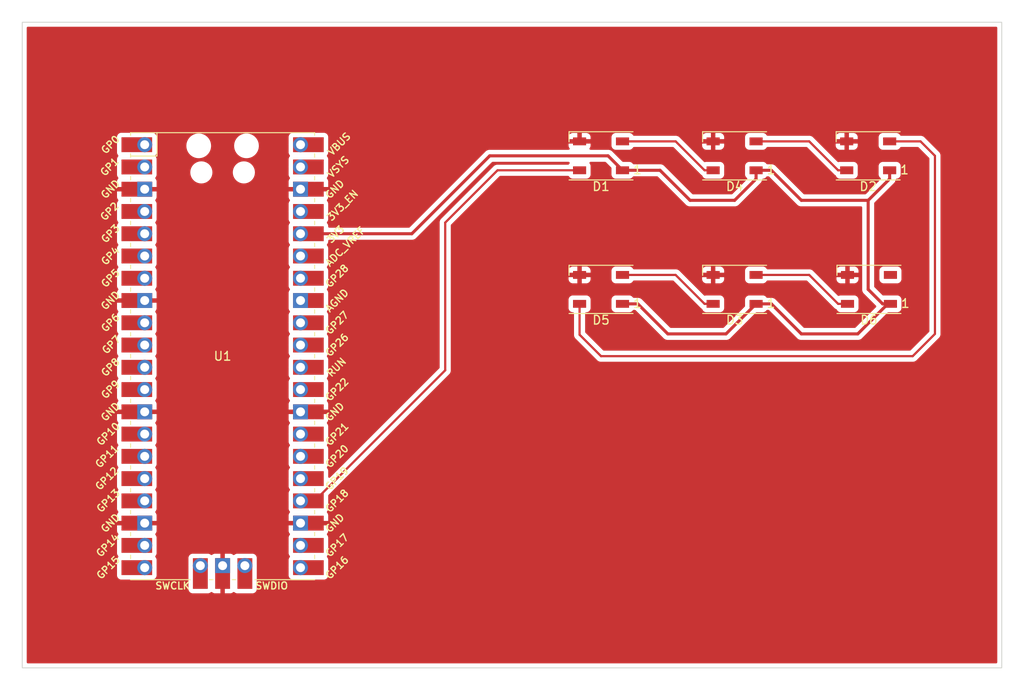
<source format=kicad_pcb>
(kicad_pcb (version 20211014) (generator pcbnew)
  (layers (0 "F.Cu" signal) (31 "B.Cu" signal) (34 "B.Paste" user) (35 "F.Paste" user) (36 "B.SilkS" user "B.Silkscreen") (37 "F.SilkS" user "F.Silkscreen") (38 "B.Mask" user) (39 "F.Mask" user) (44 "Edge.Cuts" user))
  (net 0 "")
  (net 1 "Net-(D1-Pad2)")
  (net 2 "/NP")
  (net 3 "Net-(D2-Pad4)")
  (net 4 "Net-(D3-Pad2)")
  (net 5 "Net-(D3-Pad4)")
  (net 35 "/3V3")
  (net 41 "/GND")
  (net 42 "Net-(D2-Pad2)")
  (footprint "LED_SMD:LED_WS2812B_PLCC4_5.0x5.0mm_P3.2mm" (layer "F.Cu") (at 157.48 38.1 180)
    (fp_text reference "D2" (at 0 -3.5) (layer "F.SilkS"))
    (fp_text value "WS2812B")
    (fp_text user "1" (at -4.15 -1.6) (layer "F.SilkS"))
    (fp_line (start -3.65 2.75) (end 3.65 2.75) (layer "F.SilkS") (width 0.12))
    (fp_line (start -3.65 -2.75) (end 3.65 -2.75) (layer "F.SilkS") (width 0.12))
    (fp_line (start 3.65 2.75) (end 3.65 1.6) (layer "F.SilkS") (width 0.12))
    (pad "1" smd rect (at -2.45 -1.65 180) (size 1.5 0.9) (layers "F.Cu" "F.Paste" "F.Mask") (net 35 "/3V3"))
    (pad "2" smd rect (at -2.45 1.65 180) (size 1.5 0.9) (layers "F.Cu" "F.Paste" "F.Mask") (net 42 "Net-(D2-Pad2)"))
    (pad "3" smd rect (at 2.45 1.65 180) (size 1.5 0.9) (layers "F.Cu" "F.Paste" "F.Mask") (net 41 "/GND"))
    (pad "4" smd rect (at 2.45 -1.65 180) (size 1.5 0.9) (layers "F.Cu" "F.Paste" "F.Mask") (net 3 "Net-(D2-Pad4)"))
  )
  (footprint "LED_SMD:LED_WS2812B_PLCC4_5.0x5.0mm_P3.2mm" (layer "F.Cu") (at 142.24 38.1 180)
    (fp_text reference "D4" (at 0 -3.5) (layer "F.SilkS"))
    (fp_text value "WS2812B")
    (fp_text user "1" (at -4.15 -1.6) (layer "F.SilkS"))
    (fp_line (start -3.65 2.75) (end 3.65 2.75) (layer "F.SilkS") (width 0.12))
    (fp_line (start 3.65 2.75) (end 3.65 1.6) (layer "F.SilkS") (width 0.12))
    (fp_line (start -3.65 -2.75) (end 3.65 -2.75) (layer "F.SilkS") (width 0.12))
    (pad "1" smd rect (at -2.45 -1.65 180) (size 1.5 0.9) (layers "F.Cu" "F.Paste" "F.Mask") (net 35 "/3V3"))
    (pad "2" smd rect (at -2.45 1.65 180) (size 1.5 0.9) (layers "F.Cu" "F.Paste" "F.Mask") (net 3 "Net-(D2-Pad4)"))
    (pad "3" smd rect (at 2.45 1.65 180) (size 1.5 0.9) (layers "F.Cu" "F.Paste" "F.Mask") (net 41 "/GND"))
    (pad "4" smd rect (at 2.45 -1.65 180) (size 1.5 0.9) (layers "F.Cu" "F.Paste" "F.Mask") (net 1 "Net-(D1-Pad2)"))
  )
  (footprint "LED_SMD:LED_WS2812B_PLCC4_5.0x5.0mm_P3.2mm" (layer "F.Cu") (at 157.57 53.34 180)
    (fp_text reference "D6" (at 0 -3.5) (layer "F.SilkS"))
    (fp_text value "WS2812B")
    (fp_text user "1" (at -4.15 -1.6) (layer "F.SilkS"))
    (fp_line (start 3.65 2.75) (end 3.65 1.6) (layer "F.SilkS") (width 0.12))
    (fp_line (start -3.65 2.75) (end 3.65 2.75) (layer "F.SilkS") (width 0.12))
    (fp_line (start -3.65 -2.75) (end 3.65 -2.75) (layer "F.SilkS") (width 0.12))
    (pad "1" smd rect (at -2.45 -1.65 180) (size 1.5 0.9) (layers "F.Cu" "F.Paste" "F.Mask") (net 35 "/3V3"))
    (pad "2" smd rect (at -2.45 1.65 180) (size 1.5 0.9) (layers "F.Cu" "F.Paste" "F.Mask"))
    (pad "3" smd rect (at 2.45 1.65 180) (size 1.5 0.9) (layers "F.Cu" "F.Paste" "F.Mask") (net 41 "/GND"))
    (pad "4" smd rect (at 2.45 -1.65 180) (size 1.5 0.9) (layers "F.Cu" "F.Paste" "F.Mask") (net 4 "Net-(D3-Pad2)"))
  )
  (footprint "MCU_RaspberryPi_and_Boards:RPi_Pico_SMD_TH" (layer "F.Cu") (at 83.82 60.96)
    (fp_text reference "U1" (at 0 0) (layer "F.SilkS"))
    (fp_text value "Pico")
    (fp_text user "GP12" (at -13.2 13.97 45) (layer "F.SilkS") (effects (font (size 0.8 0.8))))
    (fp_text user "GP17" (at 13.054 21.59 45) (layer "F.SilkS") (effects (font (size 0.8 0.8))))
    (fp_text user "GND" (at -12.8 6.35 45) (layer "F.SilkS") (effects (font (size 0.8 0.8))))
    (fp_text user "GP16" (at 13.054 24.13 45) (layer "F.SilkS") (effects (font (size 0.8 0.8))))
    (fp_text user "GP28" (at 13.054 -9.144 45) (layer "F.SilkS") (effects (font (size 0.8 0.8))))
    (fp_text user "GP6" (at -12.8 -3.81 45) (layer "F.SilkS") (effects (font (size 0.8 0.8))))
    (fp_text user "GP13" (at -13.054 16.51 45) (layer "F.SilkS") (effects (font (size 0.8 0.8))))
    (fp_text user "GND" (at 12.8 -19.05 45) (layer "F.SilkS") (effects (font (size 0.8 0.8))))
    (fp_text user "GND" (at 12.8 6.35 45) (layer "F.SilkS") (effects (font (size 0.8 0.8))))
    (fp_text user "3V3" (at 12.9 -13.9 45) (layer "F.SilkS") (effects (font (size 0.8 0.8))))
    (fp_text user "GND" (at 12.8 19.05 45) (layer "F.SilkS") (effects (font (size 0.8 0.8))))
    (fp_text user "GP1" (at -12.9 -21.6 45) (layer "F.SilkS") (effects (font (size 0.8 0.8))))
    (fp_text user "GND" (at -12.8 19.05 45) (layer "F.SilkS") (effects (font (size 0.8 0.8))))
    (fp_text user "GP4" (at -12.8 -11.43 45) (layer "F.SilkS") (effects (font (size 0.8 0.8))))
    (fp_text user "GP3" (at -12.8 -13.97 45) (layer "F.SilkS") (effects (font (size 0.8 0.8))))
    (fp_text user "GP26" (at 13.054 -1.27 45) (layer "F.SilkS") (effects (font (size 0.8 0.8))))
    (fp_text user "GP21" (at 13.054 8.9 45) (layer "F.SilkS") (effects (font (size 0.8 0.8))))
    (fp_text user "GP22" (at 13.054 3.81 45) (layer "F.SilkS") (effects (font (size 0.8 0.8))))
    (fp_text user "VSYS" (at 13.2 -21.59 45) (layer "F.SilkS") (effects (font (size 0.8 0.8))))
    (fp_text user "GP18" (at 13.054 16.51 45) (layer "F.SilkS") (effects (font (size 0.8 0.8))))
    (fp_text user "GND" (at -12.8 -19.05 45) (layer "F.SilkS") (effects (font (size 0.8 0.8))))
    (fp_text user "AGND" (at 13.054 -6.35 45) (layer "F.SilkS") (effects (font (size 0.8 0.8))))
    (fp_text user "GP9" (at -12.8 3.81 45) (layer "F.SilkS") (effects (font (size 0.8 0.8))))
    (fp_text user "SWCLK" (at -5.7 26.2) (layer "F.SilkS") (effects (font (size 0.8 0.8))))
    (fp_text user "SWDIO" (at 5.6 26.2) (layer "F.SilkS") (effects (font (size 0.8 0.8))))
    (fp_text user "3V3_EN" (at 13.7 -17.2 45) (layer "F.SilkS") (effects (font (size 0.8 0.8))))
    (fp_text user "GP2" (at -12.9 -16.51 45) (layer "F.SilkS") (effects (font (size 0.8 0.8))))
    (fp_text user "GP19" (at 13.054 13.97 45) (layer "F.SilkS") (effects (font (size 0.8 0.8))))
    (fp_text user "GP5" (at -12.8 -8.89 45) (layer "F.SilkS") (effects (font (size 0.8 0.8))))
    (fp_text user "GP10" (at -13.054 8.89 45) (layer "F.SilkS") (effects (font (size 0.8 0.8))))
    (fp_text user "GP8" (at -12.8 1.27 45) (layer "F.SilkS") (effects (font (size 0.8 0.8))))
    (fp_text user "GP7" (at -12.7 -1.3 45) (layer "F.SilkS") (effects (font (size 0.8 0.8))))
    (fp_text user "VBUS" (at 13.3 -24.2 45) (layer "F.SilkS") (effects (font (size 0.8 0.8))))
    (fp_text user "GP20" (at 13.054 11.43 45) (layer "F.SilkS") (effects (font (size 0.8 0.8))))
    (fp_text user "GP11" (at -13.2 11.43 45) (layer "F.SilkS") (effects (font (size 0.8 0.8))))
    (fp_text user "GP27" (at 13.054 -3.8 45) (layer "F.SilkS") (effects (font (size 0.8 0.8))))
    (fp_text user "GP15" (at -13.054 24.13 45) (layer "F.SilkS") (effects (font (size 0.8 0.8))))
    (fp_text user "RUN" (at 13 1.27 45) (layer "F.SilkS") (effects (font (size 0.8 0.8))))
    (fp_text user "ADC_VREF" (at 14 -12.5 45) (layer "F.SilkS") (effects (font (size 0.8 0.8))))
    (fp_text user "GP0" (at -12.8 -24.13 45) (layer "F.SilkS") (effects (font (size 0.8 0.8))))
    (fp_text user "GND" (at -12.8 -6.35 45) (layer "F.SilkS") (effects (font (size 0.8 0.8))))
    (fp_text user "GP14" (at -13.1 21.59 45) (layer "F.SilkS") (effects (font (size 0.8 0.8))))
    (fp_line (start -10.5 2.3) (end -10.5 2.7) (layer "F.SilkS") (width 0.12))
    (fp_line (start -10.5 -25.5) (end 10.5 -25.5) (layer "F.SilkS") (width 0.12))
    (fp_line (start 10.5 20.1) (end 10.5 20.5) (layer "F.SilkS") (width 0.12))
    (fp_line (start -7.493 -22.833) (end -7.493 -25.5) (layer "F.SilkS") (width 0.12))
    (fp_line (start -10.5 -25.5) (end -10.5 -25.2) (layer "F.SilkS") (width 0.12))
    (fp_line (start 10.5 -0.2) (end 10.5 0.2) (layer "F.SilkS") (width 0.12))
    (fp_line (start -10.5 -12.9) (end -10.5 -12.5) (layer "F.SilkS") (width 0.12))
    (fp_line (start 10.5 -23.1) (end 10.5 -22.7) (layer "F.SilkS") (width 0.12))
    (fp_line (start 10.5 -20.5) (end 10.5 -20.1) (layer "F.SilkS") (width 0.12))
    (fp_line (start -10.5 -22.833) (end -7.493 -22.833) (layer "F.SilkS") (width 0.12))
    (fp_line (start -10.5 -18) (end -10.5 -17.6) (layer "F.SilkS") (width 0.12))
    (fp_line (start 10.5 17.6) (end 10.5 18) (layer "F.SilkS") (width 0.12))
    (fp_line (start 10.5 7.4) (end 10.5 7.8) (layer "F.SilkS") (width 0.12))
    (fp_line (start -10.5 4.9) (end -10.5 5.3) (layer "F.SilkS") (width 0.12))
    (fp_line (start -10.5 10) (end -10.5 10.4) (layer "F.SilkS") (width 0.12))
    (fp_line (start -10.5 22.7) (end -10.5 23.1) (layer "F.SilkS") (width 0.12))
    (fp_line (start -10.5 -5.3) (end -10.5 -4.9) (layer "F.SilkS") (width 0.12))
    (fp_line (start -1.5 25.5) (end -1.1 25.5) (layer "F.SilkS") (width 0.12))
    (fp_line (start -3.7 25.5) (end -10.5 25.5) (layer "F.SilkS") (width 0.12))
    (fp_line (start 10.5 10) (end 10.5 10.4) (layer "F.SilkS") (width 0.12))
    (fp_line (start 10.5 -5.3) (end 10.5 -4.9) (layer "F.SilkS") (width 0.12))
    (fp_line (start 10.5 -25.5) (end 10.5 -25.2) (layer "F.SilkS") (width 0.12))
    (fp_line (start 10.5 -10.4) (end 10.5 -10) (layer "F.SilkS") (width 0.12))
    (fp_line (start -10.5 15.1) (end -10.5 15.5) (layer "F.SilkS") (width 0.12))
    (fp_line (start 10.5 15.1) (end 10.5 15.5) (layer "F.SilkS") (width 0.12))
    (fp_line (start 10.5 -2.7) (end 10.5 -2.3) (layer "F.SilkS") (width 0.12))
    (fp_line (start 10.5 -18) (end 10.5 -17.6) (layer "F.SilkS") (width 0.12))
    (fp_line (start -10.5 -7.8) (end -10.5 -7.4) (layer "F.SilkS") (width 0.12))
    (fp_line (start 10.5 22.7) (end 10.5 23.1) (layer "F.SilkS") (width 0.12))
    (fp_line (start -10.5 -2.7) (end -10.5 -2.3) (layer "F.SilkS") (width 0.12))
    (fp_line (start -10.5 7.4) (end -10.5 7.8) (layer "F.SilkS") (width 0.12))
    (fp_line (start 10.5 -7.8) (end 10.5 -7.4) (layer "F.SilkS") (width 0.12))
    (fp_line (start -10.5 12.5) (end -10.5 12.9) (layer "F.SilkS") (width 0.12))
    (fp_line (start 10.5 4.9) (end 10.5 5.3) (layer "F.SilkS") (width 0.12))
    (fp_line (start 10.5 25.5) (end 3.7 25.5) (layer "F.SilkS") (width 0.12))
    (fp_line (start -10.5 20.1) (end -10.5 20.5) (layer "F.SilkS") (width 0.12))
    (fp_line (start -10.5 -23.1) (end -10.5 -22.7) (layer "F.SilkS") (width 0.12))
    (fp_line (start -10.5 -20.5) (end -10.5 -20.1) (layer "F.SilkS") (width 0.12))
    (fp_line (start 10.5 12.5) (end 10.5 12.9) (layer "F.SilkS") (width 0.12))
    (fp_line (start -10.5 17.6) (end -10.5 18) (layer "F.SilkS") (width 0.12))
    (fp_line (start 10.5 2.3) (end 10.5 2.7) (layer "F.SilkS") (width 0.12))
    (fp_line (start -10.5 -10.4) (end -10.5 -10) (layer "F.SilkS") (width 0.12))
    (fp_line (start 1.1 25.5) (end 1.5 25.5) (layer "F.SilkS") (width 0.12))
    (fp_line (start -10.5 -15.4) (end -10.5 -15) (layer "F.SilkS") (width 0.12))
    (fp_line (start 10.5 -15.4) (end 10.5 -15) (layer "F.SilkS") (width 0.12))
    (fp_line (start 10.5 -12.9) (end 10.5 -12.5) (layer "F.SilkS") (width 0.12))
    (fp_line (start -10.5 -0.2) (end -10.5 0.2) (layer "F.SilkS") (width 0.12))
    (pad "" np_thru_hole oval (at 2.725 -24) (size 1.8 1.8) (drill 1.8) (layers *.Cu *.Mask))
    (pad "" np_thru_hole oval (at -2.425 -20.97) (size 1.5 1.5) (drill 1.5) (layers *.Cu *.Mask))
    (pad "" np_thru_hole oval (at -2.725 -24) (size 1.8 1.8) (drill 1.8) (layers *.Cu *.Mask))
    (pad "" np_thru_hole oval (at 2.425 -20.97) (size 1.5 1.5) (drill 1.5) (layers *.Cu *.Mask))
    (pad "1" smd rect (at -8.89 -24.13) (size 3.5 1.7) (drill (offset -0.9 0)) (layers "F.Cu" "F.Mask"))
    (pad "1" thru_hole oval (at -8.89 -24.13) (size 1.7 1.7) (drill 1.02) (layers *.Cu *.Mask))
    (pad "2" smd rect (at -8.89 -21.59) (size 3.5 1.7) (drill (offset -0.9 0)) (layers "F.Cu" "F.Mask"))
    (pad "2" thru_hole oval (at -8.89 -21.59) (size 1.7 1.7) (drill 1.02) (layers *.Cu *.Mask))
    (pad "3" smd rect (at -8.89 -19.05) (size 3.5 1.7) (drill (offset -0.9 0)) (layers "F.Cu" "F.Mask") (net 41 "/GND"))
    (pad "3" thru_hole rect (at -8.89 -19.05) (size 1.7 1.7) (drill 1.02) (layers *.Cu *.Mask) (net 41 "/GND"))
    (pad "4" smd rect (at -8.89 -16.51) (size 3.5 1.7) (drill (offset -0.9 0)) (layers "F.Cu" "F.Mask"))
    (pad "4" thru_hole oval (at -8.89 -16.51) (size 1.7 1.7) (drill 1.02) (layers *.Cu *.Mask))
    (pad "5" thru_hole oval (at -8.89 -13.97) (size 1.7 1.7) (drill 1.02) (layers *.Cu *.Mask))
    (pad "5" smd rect (at -8.89 -13.97) (size 3.5 1.7) (drill (offset -0.9 0)) (layers "F.Cu" "F.Mask"))
    (pad "6" thru_hole oval (at -8.89 -11.43) (size 1.7 1.7) (drill 1.02) (layers *.Cu *.Mask))
    (pad "6" smd rect (at -8.89 -11.43) (size 3.5 1.7) (drill (offset -0.9 0)) (layers "F.Cu" "F.Mask"))
    (pad "7" smd rect (at -8.89 -8.89) (size 3.5 1.7) (drill (offset -0.9 0)) (layers "F.Cu" "F.Mask"))
    (pad "7" thru_hole oval (at -8.89 -8.89) (size 1.7 1.7) (drill 1.02) (layers *.Cu *.Mask))
    (pad "8" smd rect (at -8.89 -6.35) (size 3.5 1.7) (drill (offset -0.9 0)) (layers "F.Cu" "F.Mask") (net 41 "/GND"))
    (pad "8" thru_hole rect (at -8.89 -6.35) (size 1.7 1.7) (drill 1.02) (layers *.Cu *.Mask) (net 41 "/GND"))
    (pad "9" thru_hole oval (at -8.89 -3.81) (size 1.7 1.7) (drill 1.02) (layers *.Cu *.Mask))
    (pad "9" smd rect (at -8.89 -3.81) (size 3.5 1.7) (drill (offset -0.9 0)) (layers "F.Cu" "F.Mask"))
    (pad "10" smd rect (at -8.89 -1.27) (size 3.5 1.7) (drill (offset -0.9 0)) (layers "F.Cu" "F.Mask"))
    (pad "10" thru_hole oval (at -8.89 -1.27) (size 1.7 1.7) (drill 1.02) (layers *.Cu *.Mask))
    (pad "11" smd rect (at -8.89 1.27) (size 3.5 1.7) (drill (offset -0.9 0)) (layers "F.Cu" "F.Mask"))
    (pad "11" thru_hole oval (at -8.89 1.27) (size 1.7 1.7) (drill 1.02) (layers *.Cu *.Mask))
    (pad "12" thru_hole oval (at -8.89 3.81) (size 1.7 1.7) (drill 1.02) (layers *.Cu *.Mask))
    (pad "12" smd rect (at -8.89 3.81) (size 3.5 1.7) (drill (offset -0.9 0)) (layers "F.Cu" "F.Mask"))
    (pad "13" thru_hole rect (at -8.89 6.35) (size 1.7 1.7) (drill 1.02) (layers *.Cu *.Mask) (net 41 "/GND"))
    (pad "13" smd rect (at -8.89 6.35) (size 3.5 1.7) (drill (offset -0.9 0)) (layers "F.Cu" "F.Mask") (net 41 "/GND"))
    (pad "14" thru_hole oval (at -8.89 8.89) (size 1.7 1.7) (drill 1.02) (layers *.Cu *.Mask))
    (pad "14" smd rect (at -8.89 8.89) (size 3.5 1.7) (drill (offset -0.9 0)) (layers "F.Cu" "F.Mask"))
    (pad "15" smd rect (at -8.89 11.43) (size 3.5 1.7) (drill (offset -0.9 0)) (layers "F.Cu" "F.Mask"))
    (pad "15" thru_hole oval (at -8.89 11.43) (size 1.7 1.7) (drill 1.02) (layers *.Cu *.Mask))
    (pad "16" thru_hole oval (at -8.89 13.97) (size 1.7 1.7) (drill 1.02) (layers *.Cu *.Mask))
    (pad "16" smd rect (at -8.89 13.97) (size 3.5 1.7) (drill (offset -0.9 0)) (layers "F.Cu" "F.Mask"))
    (pad "17" smd rect (at -8.89 16.51) (size 3.5 1.7) (drill (offset -0.9 0)) (layers "F.Cu" "F.Mask"))
    (pad "17" thru_hole oval (at -8.89 16.51) (size 1.7 1.7) (drill 1.02) (layers *.Cu *.Mask))
    (pad "18" thru_hole rect (at -8.89 19.05) (size 1.7 1.7) (drill 1.02) (layers *.Cu *.Mask) (net 41 "/GND"))
    (pad "18" smd rect (at -8.89 19.05) (size 3.5 1.7) (drill (offset -0.9 0)) (layers "F.Cu" "F.Mask") (net 41 "/GND"))
    (pad "19" thru_hole oval (at -8.89 21.59) (size 1.7 1.7) (drill 1.02) (layers *.Cu *.Mask))
    (pad "19" smd rect (at -8.89 21.59) (size 3.5 1.7) (drill (offset -0.9 0)) (layers "F.Cu" "F.Mask"))
    (pad "20" smd rect (at -8.89 24.13) (size 3.5 1.7) (drill (offset -0.9 0)) (layers "F.Cu" "F.Mask"))
    (pad "20" thru_hole oval (at -8.89 24.13) (size 1.7 1.7) (drill 1.02) (layers *.Cu *.Mask))
    (pad "21" thru_hole oval (at 8.89 24.13) (size 1.7 1.7) (drill 1.02) (layers *.Cu *.Mask))
    (pad "21" smd rect (at 8.89 24.13) (size 3.5 1.7) (drill (offset 0.9 0)) (layers "F.Cu" "F.Mask"))
    (pad "22" thru_hole oval (at 8.89 21.59) (size 1.7 1.7) (drill 1.02) (layers *.Cu *.Mask))
    (pad "22" smd rect (at 8.89 21.59) (size 3.5 1.7) (drill (offset 0.9 0)) (layers "F.Cu" "F.Mask"))
    (pad "23" thru_hole rect (at 8.89 19.05) (size 1.7 1.7) (drill 1.02) (layers *.Cu *.Mask) (net 41 "/GND"))
    (pad "23" smd rect (at 8.89 19.05) (size 3.5 1.7) (drill (offset 0.9 0)) (layers "F.Cu" "F.Mask") (net 41 "/GND"))
    (pad "24" smd rect (at 8.89 16.51) (size 3.5 1.7) (drill (offset 0.9 0)) (layers "F.Cu" "F.Mask") (net 2 "/NP"))
    (pad "24" thru_hole oval (at 8.89 16.51) (size 1.7 1.7) (drill 1.02) (layers *.Cu *.Mask) (net 2 "/NP"))
    (pad "25" smd rect (at 8.89 13.97) (size 3.5 1.7) (drill (offset 0.9 0)) (layers "F.Cu" "F.Mask"))
    (pad "25" thru_hole oval (at 8.89 13.97) (size 1.7 1.7) (drill 1.02) (layers *.Cu *.Mask))
    (pad "26" thru_hole oval (at 8.89 11.43) (size 1.7 1.7) (drill 1.02) (layers *.Cu *.Mask))
    (pad "26" smd rect (at 8.89 11.43) (size 3.5 1.7) (drill (offset 0.9 0)) (layers "F.Cu" "F.Mask"))
    (pad "27" thru_hole oval (at 8.89 8.89) (size 1.7 1.7) (drill 1.02) (layers *.Cu *.Mask))
    (pad "27" smd rect (at 8.89 8.89) (size 3.5 1.7) (drill (offset 0.9 0)) (layers "F.Cu" "F.Mask"))
    (pad "28" smd rect (at 8.89 6.35) (size 3.5 1.7) (drill (offset 0.9 0)) (layers "F.Cu" "F.Mask") (net 41 "/GND"))
    (pad "28" thru_hole rect (at 8.89 6.35) (size 1.7 1.7) (drill 1.02) (layers *.Cu *.Mask) (net 41 "/GND"))
    (pad "29" thru_hole oval (at 8.89 3.81) (size 1.7 1.7) (drill 1.02) (layers *.Cu *.Mask))
    (pad "29" smd rect (at 8.89 3.81) (size 3.5 1.7) (drill (offset 0.9 0)) (layers "F.Cu" "F.Mask"))
    (pad "30" smd rect (at 8.89 1.27) (size 3.5 1.7) (drill (offset 0.9 0)) (layers "F.Cu" "F.Mask"))
    (pad "30" thru_hole oval (at 8.89 1.27) (size 1.7 1.7) (drill 1.02) (layers *.Cu *.Mask))
    (pad "31" thru_hole oval (at 8.89 -1.27) (size 1.7 1.7) (drill 1.02) (layers *.Cu *.Mask))
    (pad "31" smd rect (at 8.89 -1.27) (size 3.5 1.7) (drill (offset 0.9 0)) (layers "F.Cu" "F.Mask"))
    (pad "32" smd rect (at 8.89 -3.81) (size 3.5 1.7) (drill (offset 0.9 0)) (layers "F.Cu" "F.Mask"))
    (pad "32" thru_hole oval (at 8.89 -3.81) (size 1.7 1.7) (drill 1.02) (layers *.Cu *.Mask))
    (pad "33" thru_hole rect (at 8.89 -6.35) (size 1.7 1.7) (drill 1.02) (layers *.Cu *.Mask))
    (pad "33" smd rect (at 8.89 -6.35) (size 3.5 1.7) (drill (offset 0.9 0)) (layers "F.Cu" "F.Mask"))
    (pad "34" smd rect (at 8.89 -8.89) (size 3.5 1.7) (drill (offset 0.9 0)) (layers "F.Cu" "F.Mask"))
    (pad "34" thru_hole oval (at 8.89 -8.89) (size 1.7 1.7) (drill 1.02) (layers *.Cu *.Mask))
    (pad "35" smd rect (at 8.89 -11.43) (size 3.5 1.7) (drill (offset 0.9 0)) (layers "F.Cu" "F.Mask"))
    (pad "35" thru_hole oval (at 8.89 -11.43) (size 1.7 1.7) (drill 1.02) (layers *.Cu *.Mask))
    (pad "36" thru_hole oval (at 8.89 -13.97) (size 1.7 1.7) (drill 1.02) (layers *.Cu *.Mask) (net 35 "/3V3"))
    (pad "36" smd rect (at 8.89 -13.97) (size 3.5 1.7) (drill (offset 0.9 0)) (layers "F.Cu" "F.Mask") (net 35 "/3V3"))
    (pad "37" thru_hole oval (at 8.89 -16.51) (size 1.7 1.7) (drill 1.02) (layers *.Cu *.Mask))
    (pad "37" smd rect (at 8.89 -16.51) (size 3.5 1.7) (drill (offset 0.9 0)) (layers "F.Cu" "F.Mask"))
    (pad "38" smd rect (at 8.89 -19.05) (size 3.5 1.7) (drill (offset 0.9 0)) (layers "F.Cu" "F.Mask") (net 41 "/GND"))
    (pad "38" thru_hole rect (at 8.89 -19.05) (size 1.7 1.7) (drill 1.02) (layers *.Cu *.Mask) (net 41 "/GND"))
    (pad "39" thru_hole oval (at 8.89 -21.59) (size 1.7 1.7) (drill 1.02) (layers *.Cu *.Mask))
    (pad "39" smd rect (at 8.89 -21.59) (size 3.5 1.7) (drill (offset 0.9 0)) (layers "F.Cu" "F.Mask"))
    (pad "40" smd rect (at 8.89 -24.13) (size 3.5 1.7) (drill (offset 0.9 0)) (layers "F.Cu" "F.Mask"))
    (pad "40" thru_hole oval (at 8.89 -24.13) (size 1.7 1.7) (drill 1.02) (layers *.Cu *.Mask))
    (pad "41" thru_hole oval (at -2.54 23.9) (size 1.7 1.7) (drill 1.02) (layers *.Cu *.Mask))
    (pad "41" smd rect (at -2.54 23.9 90) (size 3.5 1.7) (drill (offset -0.9 0)) (layers "F.Cu" "F.Mask"))
    (pad "42" smd rect (at 0 23.9 90) (size 3.5 1.7) (drill (offset -0.9 0)) (layers "F.Cu" "F.Mask") (net 41 "/GND"))
    (pad "42" thru_hole rect (at 0 23.9) (size 1.7 1.7) (drill 1.02) (layers *.Cu *.Mask) (net 41 "/GND"))
    (pad "43" smd rect (at 2.54 23.9 90) (size 3.5 1.7) (drill (offset -0.9 0)) (layers "F.Cu" "F.Mask"))
    (pad "43" thru_hole oval (at 2.54 23.9) (size 1.7 1.7) (drill 1.02) (layers *.Cu *.Mask))
  )
  (footprint "LED_SMD:LED_WS2812B_PLCC4_5.0x5.0mm_P3.2mm" (layer "F.Cu") (at 142.24 53.34 180)
    (fp_text reference "D3" (at 0 -3.5) (layer "F.SilkS"))
    (fp_text value "WS2812B")
    (fp_text user "1" (at -4.15 -1.6) (layer "F.SilkS"))
    (fp_line (start 3.65 2.75) (end 3.65 1.6) (layer "F.SilkS") (width 0.12))
    (fp_line (start -3.65 -2.75) (end 3.65 -2.75) (layer "F.SilkS") (width 0.12))
    (fp_line (start -3.65 2.75) (end 3.65 2.75) (layer "F.SilkS") (width 0.12))
    (pad "1" smd rect (at -2.45 -1.65 180) (size 1.5 0.9) (layers "F.Cu" "F.Paste" "F.Mask") (net 35 "/3V3"))
    (pad "2" smd rect (at -2.45 1.65 180) (size 1.5 0.9) (layers "F.Cu" "F.Paste" "F.Mask") (net 4 "Net-(D3-Pad2)"))
    (pad "3" smd rect (at 2.45 1.65 180) (size 1.5 0.9) (layers "F.Cu" "F.Paste" "F.Mask") (net 41 "/GND"))
    (pad "4" smd rect (at 2.45 -1.65 180) (size 1.5 0.9) (layers "F.Cu" "F.Paste" "F.Mask") (net 5 "Net-(D3-Pad4)"))
  )
  (footprint "LED_SMD:LED_WS2812B_PLCC4_5.0x5.0mm_P3.2mm" (layer "F.Cu") (at 127 38.1 180)
    (fp_text reference "D1" (at 0 -3.5) (layer "F.SilkS"))
    (fp_text value "WS2812B")
    (fp_text user "1" (at -4.15 -1.6) (layer "F.SilkS"))
    (fp_line (start -3.65 -2.75) (end 3.65 -2.75) (layer "F.SilkS") (width 0.12))
    (fp_line (start -3.65 2.75) (end 3.65 2.75) (layer "F.SilkS") (width 0.12))
    (fp_line (start 3.65 2.75) (end 3.65 1.6) (layer "F.SilkS") (width 0.12))
    (pad "1" smd rect (at -2.45 -1.65 180) (size 1.5 0.9) (layers "F.Cu" "F.Paste" "F.Mask") (net 35 "/3V3"))
    (pad "2" smd rect (at -2.45 1.65 180) (size 1.5 0.9) (layers "F.Cu" "F.Paste" "F.Mask") (net 1 "Net-(D1-Pad2)"))
    (pad "3" smd rect (at 2.45 1.65 180) (size 1.5 0.9) (layers "F.Cu" "F.Paste" "F.Mask") (net 41 "/GND"))
    (pad "4" smd rect (at 2.45 -1.65 180) (size 1.5 0.9) (layers "F.Cu" "F.Paste" "F.Mask") (net 2 "/NP"))
  )
  (footprint "LED_SMD:LED_WS2812B_PLCC4_5.0x5.0mm_P3.2mm" (layer "F.Cu") (at 127 53.34 180)
    (fp_text reference "D5" (at 0 -3.5) (layer "F.SilkS"))
    (fp_text value "WS2812B")
    (fp_text user "1" (at -4.15 -1.6) (layer "F.SilkS"))
    (fp_line (start 3.65 2.75) (end 3.65 1.6) (layer "F.SilkS") (width 0.12))
    (fp_line (start -3.65 2.75) (end 3.65 2.75) (layer "F.SilkS") (width 0.12))
    (fp_line (start -3.65 -2.75) (end 3.65 -2.75) (layer "F.SilkS") (width 0.12))
    (pad "1" smd rect (at -2.45 -1.65 180) (size 1.5 0.9) (layers "F.Cu" "F.Paste" "F.Mask") (net 35 "/3V3"))
    (pad "2" smd rect (at -2.45 1.65 180) (size 1.5 0.9) (layers "F.Cu" "F.Paste" "F.Mask") (net 5 "Net-(D3-Pad4)"))
    (pad "3" smd rect (at 2.45 1.65 180) (size 1.5 0.9) (layers "F.Cu" "F.Paste" "F.Mask") (net 41 "/GND"))
    (pad "4" smd rect (at 2.45 -1.65 180) (size 1.5 0.9) (layers "F.Cu" "F.Paste" "F.Mask") (net 42 "Net-(D2-Pad2)"))
  )
  (gr_rect (start 60.96 22.86) (end 172.72 96.52) (layer "Edge.Cuts") (width 0.1) (fill none))
  (segment (start 129.45 36.45) (end 135.51 36.45) (width 0.25) (layer "F.Cu") (net 1))
  (segment (start 138.81 39.75) (end 139.79 39.75) (width 0.25) (layer "F.Cu") (net 1))
  (segment (start 135.51 36.45) (end 138.81 39.75) (width 0.25) (layer "F.Cu") (net 1))
  (segment (start 92.71 77.47) (end 94.32 77.47) (width 0.25) (layer "F.Cu") (net 2))
  (segment (start 109.22 45.72) (end 115.19 39.75) (width 0.25) (layer "F.Cu") (net 2))
  (segment (start 94.32 77.47) (end 109.22 62.57) (width 0.25) (layer "F.Cu") (net 2))
  (segment (start 115.19 39.75) (end 124.55 39.75) (width 0.25) (layer "F.Cu") (net 2))
  (segment (start 109.22 62.57) (end 109.22 45.72) (width 0.25) (layer "F.Cu") (net 2))
  (segment (start 150.75 36.45) (end 154.05 39.75) (width 0.25) (layer "F.Cu") (net 3))
  (segment (start 154.05 39.75) (end 155.03 39.75) (width 0.25) (layer "F.Cu") (net 3))
  (segment (start 144.69 36.45) (end 150.75 36.45) (width 0.25) (layer "F.Cu") (net 3))
  (segment (start 154.05 54.99) (end 155.12 54.99) (width 0.25) (layer "F.Cu") (net 4))
  (segment (start 150.75 51.69) (end 154.05 54.99) (width 0.25) (layer "F.Cu") (net 4))
  (segment (start 144.69 51.69) (end 150.75 51.69) (width 0.25) (layer "F.Cu") (net 4))
  (segment (start 129.45 51.69) (end 135.51 51.69) (width 0.25) (layer "F.Cu") (net 5))
  (segment (start 138.81 54.99) (end 139.79 54.99) (width 0.25) (layer "F.Cu") (net 5))
  (segment (start 135.51 51.69) (end 138.81 54.99) (width 0.25) (layer "F.Cu") (net 5))
  (segment (start 156.29 58.42) (end 149.86 58.42) (width 0.35) (layer "F.Cu") (net 35))
  (segment (start 105.41 46.99) (end 114.3 38.1) (width 0.35) (layer "F.Cu") (net 35))
  (segment (start 146.43 39.75) (end 149.86 43.18) (width 0.35) (layer "F.Cu") (net 35))
  (segment (start 141.26 58.42) (end 134.62 58.42) (width 0.35) (layer "F.Cu") (net 35))
  (segment (start 133.73 39.75) (end 137.16 43.18) (width 0.35) (layer "F.Cu") (net 35))
  (segment (start 146.43 54.99) (end 144.69 54.99) (width 0.35) (layer "F.Cu") (net 35))
  (segment (start 157.48 53.34) (end 159.13 54.99) (width 0.35) (layer "F.Cu") (net 35))
  (segment (start 114.3 38.1) (end 127.8 38.1) (width 0.35) (layer "F.Cu") (net 35))
  (segment (start 131.19 54.99) (end 129.45 54.99) (width 0.35) (layer "F.Cu") (net 35))
  (segment (start 144.69 54.99) (end 141.26 58.42) (width 0.35) (layer "F.Cu") (net 35))
  (segment (start 159.72 54.99) (end 156.29 58.42) (width 0.35) (layer "F.Cu") (net 35))
  (segment (start 157.48 43.18) (end 159.93 40.73) (width 0.35) (layer "F.Cu") (net 35))
  (segment (start 144.69 39.75) (end 146.43 39.75) (width 0.35) (layer "F.Cu") (net 35))
  (segment (start 159.93 40.73) (end 159.93 39.75) (width 0.35) (layer "F.Cu") (net 35))
  (segment (start 142.24 43.18) (end 144.69 40.73) (width 0.35) (layer "F.Cu") (net 35))
  (segment (start 127.8 38.1) (end 129.45 39.75) (width 0.35) (layer "F.Cu") (net 35))
  (segment (start 92.71 46.99) (end 105.41 46.99) (width 0.35) (layer "F.Cu") (net 35))
  (segment (start 129.45 39.75) (end 133.73 39.75) (width 0.35) (layer "F.Cu") (net 35))
  (segment (start 134.62 58.42) (end 131.19 54.99) (width 0.35) (layer "F.Cu") (net 35))
  (segment (start 157.48 43.18) (end 157.48 53.34) (width 0.35) (layer "F.Cu") (net 35))
  (segment (start 137.16 43.18) (end 142.24 43.18) (width 0.35) (layer "F.Cu") (net 35))
  (segment (start 159.13 54.99) (end 160.02 54.99) (width 0.35) (layer "F.Cu") (net 35))
  (segment (start 149.86 58.42) (end 146.43 54.99) (width 0.35) (layer "F.Cu") (net 35))
  (segment (start 144.69 40.73) (end 144.69 39.75) (width 0.35) (layer "F.Cu") (net 35))
  (segment (start 160.02 54.99) (end 159.72 54.99) (width 0.35) (layer "F.Cu") (net 35))
  (segment (start 149.86 43.18) (end 157.48 43.18) (width 0.35) (layer "F.Cu") (net 35))
  (segment (start 124.55 58.51) (end 124.55 54.99) (width 0.25) (layer "F.Cu") (net 42))
  (segment (start 162.56 60.96) (end 127 60.96) (width 0.25) (layer "F.Cu") (net 42))
  (segment (start 165.1 58.42) (end 162.56 60.96) (width 0.25) (layer "F.Cu") (net 42))
  (segment (start 159.93 36.45) (end 163.45 36.45) (width 0.25) (layer "F.Cu") (net 42))
  (segment (start 163.45 36.45) (end 165.1 38.1) (width 0.25) (layer "F.Cu") (net 42))
  (segment (start 127 60.96) (end 124.55 58.51) (width 0.25) (layer "F.Cu") (net 42))
  (segment (start 165.1 38.1) (end 165.1 58.42) (width 0.25) (layer "F.Cu") (net 42))
  (zone (net 41) (net_name "/GND") (layer "F.Cu") (connect_pads (clearance 0.508)) (min_thickness 0.254) (fill yes (thermal_gap 0.508) (thermal_bridge_width 0.508))
    (polygon (pts (xy 175.26 99.06) (xy 58.42 99.06) (xy 58.42 20.32) (xy 175.26 20.32)))
  )
)
</source>
